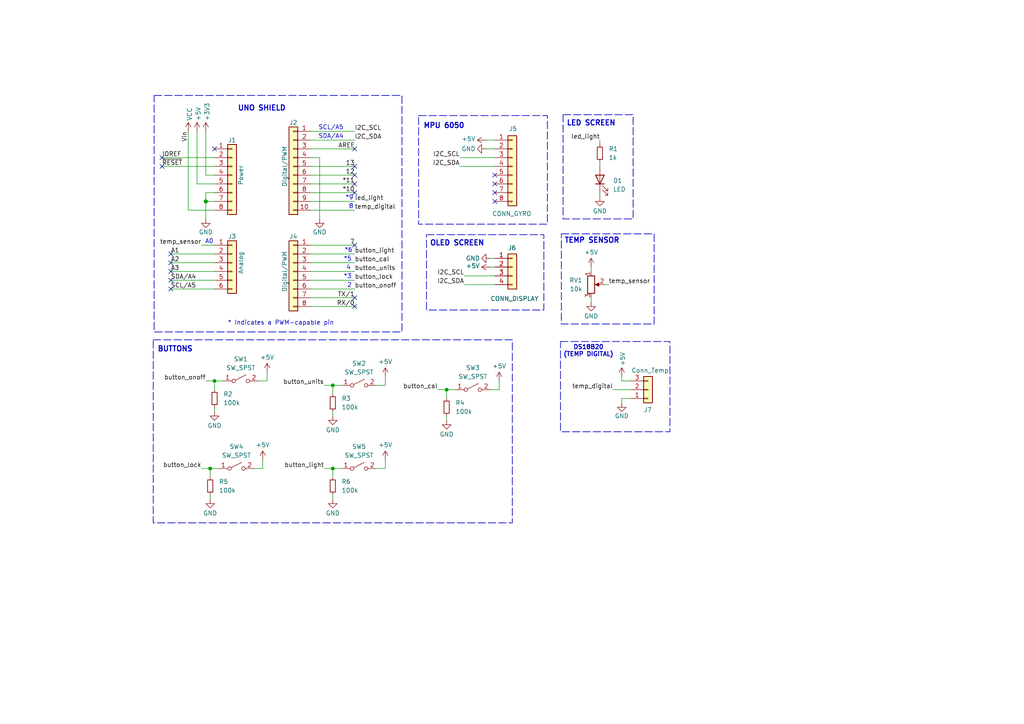
<source format=kicad_sch>
(kicad_sch (version 20231120) (generator "eeschema") (generator_version "8.0")
  (paper "A4")
  (title_block (title "Uno Shield ThermoPro") (date "2025-01-27") (rev "1.0") (company "Goncalo Martins"))
  (lib_symbols
    (symbol "Connector_Generic:Conn_01x03" (pin_names (offset 1.016) hide)
      (property "Reference" "J" (at 0 5.08 0))
      (property "Value" "Conn_01x03" (at 0 -5.08 0))
      (symbol "Conn_01x03_1_1"
        (rectangle (start -1.27 -2.413) (end 0 -2.667) (stroke (width 0.1524)))
        (rectangle (start -1.27 0.127) (end 0 -0.127) (stroke (width 0.1524)))
        (rectangle (start -1.27 2.667) (end 0 2.413) (stroke (width 0.1524)))
        (rectangle (start -1.27 3.81) (end 1.27 -3.81) (stroke (width 0.254)) (fill (type background)))
        (pin passive line (at -5.08 2.54 0) (length 3.81) (name "Pin_1") (number "1"))
        (pin passive line (at -5.08 0 0) (length 3.81) (name "Pin_2") (number "2"))
        (pin passive line (at -5.08 -2.54 0) (length 3.81) (name "Pin_3") (number "3"))
      )
    )
    (symbol "Connector_Generic:Conn_01x04" (pin_names (offset 1.016) hide)
      (property "Reference" "J" (at 0 5.08 0))
      (property "Value" "Conn_01x04" (at 0 -7.62 0))
      (symbol "Conn_01x04_1_1"
        (rectangle (start -1.27 -4.953) (end 0 -5.207) (stroke (width 0.1524)))
        (rectangle (start -1.27 -2.413) (end 0 -2.667) (stroke (width 0.1524)))
        (rectangle (start -1.27 0.127) (end 0 -0.127) (stroke (width 0.1524)))
        (rectangle (start -1.27 2.667) (end 0 2.413) (stroke (width 0.1524)))
        (rectangle (start -1.27 3.81) (end 1.27 -6.35) (stroke (width 0.254)) (fill (type background)))
        (pin passive line (at -5.08 2.54 0) (length 3.81) (name "Pin_1") (number "1"))
        (pin passive line (at -5.08 0 0) (length 3.81) (name "Pin_2") (number "2"))
        (pin passive line (at -5.08 -2.54 0) (length 3.81) (name "Pin_3") (number "3"))
        (pin passive line (at -5.08 -5.08 0) (length 3.81) (name "Pin_4") (number "4"))
      )
    )
    (symbol "Connector_Generic:Conn_01x06" (pin_names (offset 1.016) hide)
      (property "Reference" "J" (at 0 7.62 0))
      (property "Value" "Conn_01x06" (at 0 -10.16 0))
      (symbol "Conn_01x06_1_1"
        (rectangle (start -1.27 -7.493) (end 0 -7.747) (stroke (width 0.1524)))
        (rectangle (start -1.27 -4.953) (end 0 -5.207) (stroke (width 0.1524)))
        (rectangle (start -1.27 -2.413) (end 0 -2.667) (stroke (width 0.1524)))
        (rectangle (start -1.27 0.127) (end 0 -0.127) (stroke (width 0.1524)))
        (rectangle (start -1.27 2.667) (end 0 2.413) (stroke (width 0.1524)))
        (rectangle (start -1.27 5.207) (end 0 4.953) (stroke (width 0.1524)))
        (rectangle (start -1.27 6.35) (end 1.27 -8.89) (stroke (width 0.254)) (fill (type background)))
        (pin passive line (at -5.08 5.08 0) (length 3.81) (name "Pin_1") (number "1"))
        (pin passive line (at -5.08 2.54 0) (length 3.81) (name "Pin_2") (number "2"))
        (pin passive line (at -5.08 0 0) (length 3.81) (name "Pin_3") (number "3"))
        (pin passive line (at -5.08 -2.54 0) (length 3.81) (name "Pin_4") (number "4"))
        (pin passive line (at -5.08 -5.08 0) (length 3.81) (name "Pin_5") (number "5"))
        (pin passive line (at -5.08 -7.62 0) (length 3.81) (name "Pin_6") (number "6"))
      )
    )
    (symbol "Connector_Generic:Conn_01x08" (pin_names (offset 1.016) hide)
      (property "Reference" "J" (at 0 10.16 0))
      (property "Value" "Conn_01x08" (at 0 -12.7 0))
      (symbol "Conn_01x08_1_1"
        (rectangle (start -1.27 -10.033) (end 0 -10.287) (stroke (width 0.1524)))
        (rectangle (start -1.27 -7.493) (end 0 -7.747) (stroke (width 0.1524)))
        (rectangle (start -1.27 -4.953) (end 0 -5.207) (stroke (width 0.1524)))
        (rectangle (start -1.27 -2.413) (end 0 -2.667) (stroke (width 0.1524)))
        (rectangle (start -1.27 0.127) (end 0 -0.127) (stroke (width 0.1524)))
        (rectangle (start -1.27 2.667) (end 0 2.413) (stroke (width 0.1524)))
        (rectangle (start -1.27 5.207) (end 0 4.953) (stroke (width 0.1524)))
        (rectangle (start -1.27 7.747) (end 0 7.493) (stroke (width 0.1524)))
        (rectangle (start -1.27 8.89) (end 1.27 -11.43) (stroke (width 0.254)) (fill (type background)))
        (pin passive line (at -5.08 7.62 0) (length 3.81) (name "Pin_1") (number "1"))
        (pin passive line (at -5.08 5.08 0) (length 3.81) (name "Pin_2") (number "2"))
        (pin passive line (at -5.08 2.54 0) (length 3.81) (name "Pin_3") (number "3"))
        (pin passive line (at -5.08 0 0) (length 3.81) (name "Pin_4") (number "4"))
        (pin passive line (at -5.08 -2.54 0) (length 3.81) (name "Pin_5") (number "5"))
        (pin passive line (at -5.08 -5.08 0) (length 3.81) (name "Pin_6") (number "6"))
        (pin passive line (at -5.08 -7.62 0) (length 3.81) (name "Pin_7") (number "7"))
        (pin passive line (at -5.08 -10.16 0) (length 3.81) (name "Pin_8") (number "8"))
      )
    )
    (symbol "Connector_Generic:Conn_01x10" (pin_names (offset 1.016) hide)
      (property "Reference" "J" (at 0 12.7 0))
      (property "Value" "Conn_01x10" (at 0 -15.24 0))
      (symbol "Conn_01x10_1_1"
        (rectangle (start -1.27 -12.573) (end 0 -12.827) (stroke (width 0.1524)))
        (rectangle (start -1.27 -10.033) (end 0 -10.287) (stroke (width 0.1524)))
        (rectangle (start -1.27 -7.493) (end 0 -7.747) (stroke (width 0.1524)))
        (rectangle (start -1.27 -4.953) (end 0 -5.207) (stroke (width 0.1524)))
        (rectangle (start -1.27 -2.413) (end 0 -2.667) (stroke (width 0.1524)))
        (rectangle (start -1.27 0.127) (end 0 -0.127) (stroke (width 0.1524)))
        (rectangle (start -1.27 2.667) (end 0 2.413) (stroke (width 0.1524)))
        (rectangle (start -1.27 5.207) (end 0 4.953) (stroke (width 0.1524)))
        (rectangle (start -1.27 7.747) (end 0 7.493) (stroke (width 0.1524)))
        (rectangle (start -1.27 10.287) (end 0 10.033) (stroke (width 0.1524)))
        (rectangle (start -1.27 11.43) (end 1.27 -13.97) (stroke (width 0.254)) (fill (type background)))
        (pin passive line (at -5.08 10.16 0) (length 3.81) (name "Pin_1") (number "1"))
        (pin passive line (at -5.08 -12.7 0) (length 3.81) (name "Pin_10") (number "10"))
        (pin passive line (at -5.08 7.62 0) (length 3.81) (name "Pin_2") (number "2"))
        (pin passive line (at -5.08 5.08 0) (length 3.81) (name "Pin_3") (number "3"))
        (pin passive line (at -5.08 2.54 0) (length 3.81) (name "Pin_4") (number "4"))
        (pin passive line (at -5.08 0 0) (length 3.81) (name "Pin_5") (number "5"))
        (pin passive line (at -5.08 -2.54 0) (length 3.81) (name "Pin_6") (number "6"))
        (pin passive line (at -5.08 -5.08 0) (length 3.81) (name "Pin_7") (number "7"))
        (pin passive line (at -5.08 -7.62 0) (length 3.81) (name "Pin_8") (number "8"))
        (pin passive line (at -5.08 -10.16 0) (length 3.81) (name "Pin_9") (number "9"))
      )
    )
    (symbol "Device:LED" (pin_numbers hide) (pin_names (offset 1.016) hide)
      (property "Reference" "D" (at 0 2.54 0))
      (property "Value" "LED" (at 0 -2.54 0))
      (symbol "LED_0_1"
        (polyline (pts (xy -1.27 -1.27) (xy -1.27 1.27)) (stroke (width 0.254)))
        (polyline (pts (xy -1.27 0) (xy 1.27 0)))
        (polyline (pts (xy 1.27 -1.27) (xy 1.27 1.27) (xy -1.27 0) (xy 1.27 -1.27)) (stroke (width 0.254)))
        (polyline (pts (xy -3.048 -0.762) (xy -4.572 -2.286) (xy -3.81 -2.286) (xy -4.572 -2.286) (xy -4.572 -1.524)))
        (polyline (pts (xy -1.778 -0.762) (xy -3.302 -2.286) (xy -2.54 -2.286) (xy -3.302 -2.286) (xy -3.302 -1.524)))
      )
      (symbol "LED_1_1"
        (pin passive line (at -3.81 0 0) (length 2.54) (name "K") (number "1"))
        (pin passive line (at 3.81 0 180) (length 2.54) (name "A") (number "2"))
      )
    )
    (symbol "Device:R_Potentiometer" (pin_names (offset 1.016) hide)
      (property "Reference" "RV" (at -4.445 0 90))
      (property "Value" "R_Potentiometer" (at -2.54 0 90))
      (symbol "R_Potentiometer_0_1"
        (polyline (pts (xy 2.54 0) (xy 1.524 0)))
        (polyline (pts (xy 1.143 0) (xy 2.286 0.508) (xy 2.286 -0.508) (xy 1.143 0)) (fill (type outline)))
        (rectangle (start 1.016 2.54) (end -1.016 -2.54) (stroke (width 0.254)))
      )
      (symbol "R_Potentiometer_1_1"
        (pin passive line (at 0 3.81 270) (length 1.27) (name "1") (number "1"))
        (pin passive line (at 3.81 0 180) (length 1.27) (name "2") (number "2"))
        (pin passive line (at 0 -3.81 90) (length 1.27) (name "3") (number "3"))
      )
    )
    (symbol "Device:R_Small" (pin_numbers hide) (pin_names (offset 0.254) hide)
      (property "Reference" "R" (at 0.762 0.508 0))
      (property "Value" "R_Small" (at 0.762 -1.016 0))
      (symbol "R_Small_0_1"
        (rectangle (start -0.762 1.778) (end 0.762 -1.778) (stroke (width 0.2032)))
      )
      (symbol "R_Small_1_1"
        (pin passive line (at 0 2.54 270) (length 0.762) (name "~") (number "1"))
        (pin passive line (at 0 -2.54 90) (length 0.762) (name "~") (number "2"))
      )
    )
    (symbol "Switch:SW_SPST" (pin_names (offset 0) hide)
      (property "Reference" "SW" (at 0 3.175 0))
      (property "Value" "SW_SPST" (at 0 -2.54 0))
      (symbol "SW_SPST_0_0"
        (circle (center -2.032 0) (radius 0.508))
        (polyline (pts (xy -1.524 0.254) (xy 1.524 1.778)))
        (circle (center 2.032 0) (radius 0.508))
      )
      (symbol "SW_SPST_1_1"
        (pin passive line (at -5.08 0 0) (length 2.54) (name "A") (number "1"))
        (pin passive line (at 5.08 0 180) (length 2.54) (name "B") (number "2"))
      )
    )
    (symbol "power:+3V3" (power) (pin_names (offset 0))
      (property "Value" "+3V3" (at 0 3.556 0))
      (symbol "+3V3_0_1"
        (polyline (pts (xy -0.762 1.27) (xy 0 2.54)))
        (polyline (pts (xy 0 0) (xy 0 2.54)))
        (polyline (pts (xy 0 2.54) (xy 0.762 1.27)))
      )
      (symbol "+3V3_1_1"
        (pin power_in line (at 0 0 90) (length 0) hide (name "+3V3") (number "1"))
      )
    )
    (symbol "power:+5V" (power) (pin_names (offset 0))
      (property "Value" "+5V" (at 0 3.556 0))
      (symbol "+5V_0_1"
        (polyline (pts (xy -0.762 1.27) (xy 0 2.54)))
        (polyline (pts (xy 0 0) (xy 0 2.54)))
        (polyline (pts (xy 0 2.54) (xy 0.762 1.27)))
      )
      (symbol "+5V_1_1"
        (pin power_in line (at 0 0 90) (length 0) hide (name "+5V") (number "1"))
      )
    )
    (symbol "power:GND" (power) (pin_names (offset 0))
      (property "Value" "GND" (at 0 -3.81 0))
      (symbol "GND_0_1"
        (polyline (pts (xy 0 0) (xy 0 -1.27) (xy 1.27 -1.27) (xy 0 -2.54) (xy -1.27 -1.27) (xy 0 -1.27)))
      )
      (symbol "GND_1_1"
        (pin power_in line (at 0 0 270) (length 0) hide (name "GND") (number "1"))
      )
    )
    (symbol "power:VCC" (power) (pin_names (offset 0))
      (property "Value" "VCC" (at 0 3.81 0))
      (symbol "VCC_0_1"
        (polyline (pts (xy -0.762 1.27) (xy 0 2.54)))
        (polyline (pts (xy 0 0) (xy 0 2.54)))
        (polyline (pts (xy 0 2.54) (xy 0.762 1.27)))
      )
      (symbol "VCC_1_1"
        (pin power_in line (at 0 0 90) (length 0) hide (name "VCC") (number "1"))
      )
    )
  )
  (junction (at 96.52 135.89))
  (junction (at 59.69 58.42) (diameter 1.016))
  (junction (at 96.52 111.76))
  (junction (at 129.54 113.03))
  (junction (at 60.96 135.89))
  (junction (at 62.23 110.49))
  (no_connect (at 143.51 50.8))
  (no_connect (at 49.53 78.74))
  (no_connect (at 49.53 81.28))
  (no_connect (at 49.53 73.66))
  (no_connect (at 143.51 53.34))
  (no_connect (at 102.87 43.18))
  (no_connect (at 143.51 55.88))
  (no_connect (at 143.51 58.42))
  (no_connect (at 102.87 48.26))
  (no_connect (at 102.87 55.88))
  (no_connect (at 102.87 50.8))
  (no_connect (at 102.87 86.36))
  (no_connect (at 102.87 88.9))
  (no_connect (at 46.99 45.72))
  (no_connect (at 102.87 71.12))
  (no_connect (at 46.99 48.26))
  (no_connect (at 102.87 53.34))
  (no_connect (at 62.23 43.18))
  (no_connect (at 49.53 83.82))
  (no_connect (at 49.53 76.2))
  (wire (pts (xy 90.17 88.9) (xy 102.87 88.9)))
  (wire (pts (xy 182.88 110.49) (xy 180.34 110.49)))
  (wire (pts (xy 140.97 40.64) (xy 143.51 40.64)))
  (wire (pts (xy 182.88 115.57) (xy 180.34 115.57)))
  (wire (pts (xy 90.17 55.88) (xy 102.87 55.88)))
  (wire (pts (xy 133.35 48.26) (xy 143.51 48.26)))
  (wire (pts (xy 90.17 38.1) (xy 102.87 38.1)))
  (wire (pts (xy 96.52 119.38) (xy 96.52 120.65)))
  (wire (pts (xy 96.52 138.43) (xy 96.52 135.89)))
  (wire (pts (xy 59.69 55.88) (xy 59.69 58.42)))
  (wire (pts (xy 49.53 83.82) (xy 62.23 83.82)))
  (wire (pts (xy 58.42 71.12) (xy 62.23 71.12)))
  (wire (pts (xy 93.98 135.89) (xy 96.52 135.89)))
  (wire (pts (xy 134.62 82.55) (xy 143.51 82.55)))
  (wire (pts (xy 59.69 58.42) (xy 59.69 63.5)))
  (wire (pts (xy 59.69 50.8) (xy 62.23 50.8)))
  (wire (pts (xy 57.15 53.34) (xy 62.23 53.34)))
  (wire (pts (xy 73.66 135.89) (xy 76.2 135.89)))
  (wire (pts (xy 171.45 77.47) (xy 171.45 78.74)))
  (wire (pts (xy 57.15 38.1) (xy 57.15 53.34)))
  (wire (pts (xy 96.52 135.89) (xy 99.06 135.89)))
  (wire (pts (xy 180.34 115.57) (xy 180.34 116.84)))
  (wire (pts (xy 90.17 48.26) (xy 102.87 48.26)))
  (wire (pts (xy 59.69 38.1) (xy 59.69 50.8)))
  (wire (pts (xy 90.17 71.12) (xy 102.87 71.12)))
  (wire (pts (xy 96.52 111.76) (xy 99.06 111.76)))
  (wire (pts (xy 90.17 50.8) (xy 102.87 50.8)))
  (wire (pts (xy 90.17 73.66) (xy 102.87 73.66)))
  (wire (pts (xy 109.22 111.76) (xy 111.76 111.76)))
  (wire (pts (xy 144.78 113.03) (xy 144.78 110.49)))
  (wire (pts (xy 180.34 109.22) (xy 180.34 110.49)))
  (wire (pts (xy 142.24 74.93) (xy 143.51 74.93)))
  (wire (pts (xy 177.8 113.03) (xy 182.88 113.03)))
  (wire (pts (xy 62.23 118.11) (xy 62.23 119.38)))
  (wire (pts (xy 109.22 135.89) (xy 111.76 135.89)))
  (wire (pts (xy 90.17 58.42) (xy 102.87 58.42)))
  (wire (pts (xy 59.69 110.49) (xy 62.23 110.49)))
  (wire (pts (xy 129.54 115.57) (xy 129.54 113.03)))
  (wire (pts (xy 93.98 111.76) (xy 96.52 111.76)))
  (wire (pts (xy 90.17 78.74) (xy 102.87 78.74)))
  (wire (pts (xy 60.96 143.51) (xy 60.96 144.78)))
  (wire (pts (xy 46.99 45.72) (xy 62.23 45.72)))
  (wire (pts (xy 74.93 110.49) (xy 77.47 110.49)))
  (wire (pts (xy 173.99 46.99) (xy 173.99 48.26)))
  (wire (pts (xy 92.71 45.72) (xy 92.71 63.5)))
  (wire (pts (xy 96.52 143.51) (xy 96.52 144.78)))
  (wire (pts (xy 90.17 43.18) (xy 102.87 43.18)))
  (wire (pts (xy 175.26 82.55) (xy 176.53 82.55)))
  (wire (pts (xy 134.62 80.01) (xy 143.51 80.01)))
  (wire (pts (xy 62.23 76.2) (xy 49.53 76.2)))
  (wire (pts (xy 46.99 48.26) (xy 62.23 48.26)))
  (wire (pts (xy 62.23 113.03) (xy 62.23 110.49)))
  (wire (pts (xy 62.23 58.42) (xy 59.69 58.42)))
  (wire (pts (xy 171.45 87.63) (xy 171.45 86.36)))
  (wire (pts (xy 62.23 60.96) (xy 54.61 60.96)))
  (wire (pts (xy 111.76 111.76) (xy 111.76 109.22)))
  (wire (pts (xy 49.53 73.66) (xy 62.23 73.66)))
  (wire (pts (xy 140.97 43.18) (xy 143.51 43.18)))
  (wire (pts (xy 129.54 120.65) (xy 129.54 121.92)))
  (wire (pts (xy 127 113.03) (xy 129.54 113.03)))
  (wire (pts (xy 90.17 45.72) (xy 92.71 45.72)))
  (wire (pts (xy 142.24 113.03) (xy 144.78 113.03)))
  (wire (pts (xy 111.76 135.89) (xy 111.76 133.35)))
  (wire (pts (xy 60.96 135.89) (xy 63.5 135.89)))
  (wire (pts (xy 62.23 55.88) (xy 59.69 55.88)))
  (wire (pts (xy 96.52 114.3) (xy 96.52 111.76)))
  (wire (pts (xy 62.23 110.49) (xy 64.77 110.49)))
  (wire (pts (xy 90.17 53.34) (xy 102.87 53.34)))
  (wire (pts (xy 129.54 113.03) (xy 132.08 113.03)))
  (wire (pts (xy 58.42 135.89) (xy 60.96 135.89)))
  (wire (pts (xy 90.17 76.2) (xy 102.87 76.2)))
  (wire (pts (xy 142.24 77.47) (xy 143.51 77.47)))
  (wire (pts (xy 49.53 78.74) (xy 62.23 78.74)))
  (wire (pts (xy 76.2 135.89) (xy 76.2 133.35)))
  (wire (pts (xy 60.96 138.43) (xy 60.96 135.89)))
  (wire (pts (xy 173.99 55.88) (xy 173.99 57.15)))
  (wire (pts (xy 133.35 45.72) (xy 143.51 45.72)))
  (wire (pts (xy 77.47 110.49) (xy 77.47 107.95)))
  (wire (pts (xy 90.17 40.64) (xy 102.87 40.64)))
  (wire (pts (xy 90.17 83.82) (xy 102.87 83.82)))
  (wire (pts (xy 173.99 40.64) (xy 173.99 41.91)))
  (wire (pts (xy 90.17 81.28) (xy 102.87 81.28)))
  (wire (pts (xy 90.17 86.36) (xy 102.87 86.36)))
  (wire (pts (xy 54.61 60.96) (xy 54.61 38.1)))
  (wire (pts (xy 62.23 81.28) (xy 49.53 81.28)))
  (wire (pts (xy 90.17 60.96) (xy 102.87 60.96)))
  (rectangle (start 44.45 98.552) (end 148.59 151.638) (stroke (width 0.2) (type dash)))
  (rectangle (start 123.698 68.072) (end 157.734 89.916) (stroke (width 0.2) (type dash)))
  (rectangle (start 163.322 33.274) (end 183.642 63.5) (stroke (width 0.2) (type dash)))
  (rectangle (start 44.704 27.686) (end 116.586 96.266) (stroke (width 0.2) (type dash)))
  (rectangle (start 121.412 33.528) (end 158.75 65.024) (stroke (width 0.2) (type dash)))
  (rectangle (start 162.56 99.06) (end 194.31 125.222) (stroke (width 0.2) (type dash)))
  (rectangle (start 162.814 67.818) (end 189.738 93.98) (stroke (width 0.2) (type dash)))
  (text "OLED SCREEN" (at 132.588 70.612 0) (effects (font (size 1.5 1.5) (thickness 0.3) (bold yes))))
  (text "A0\n" (at 60.706 70.104 0) (effects (font (size 1.27 1.27))))
  (text "LED SCREEN" (at 171.45 35.814 0) (effects (font (size 1.5 1.5) (thickness 0.3) (bold yes))))
  (text "*9" (at 101.346 57.404 0) (effects (font (size 1.27 1.27))))
  (text "DS18B20\n(TEMP DIGITAL)" (at 170.688 101.854 0) (effects (font (size 1.27 1.27) (thickness 0.254) (bold yes))))
  (text "TEMP SENSOR" (at 171.704 69.85 0) (effects (font (size 1.5 1.5) (thickness 0.3) (bold yes))))
  (text "UNO SHIELD" (at 75.946 31.496 0) (effects (font (size 1.5 1.5) (thickness 0.3) (bold yes))))
  (text "MPU 6050" (at 128.778 36.576 0) (effects (font (size 1.5 1.5) (thickness 0.3) (bold yes))))
  (text "SCL/A5" (at 96.012 37.084 0) (effects (font (size 1.27 1.27))))
  (text "*6" (at 101.092 72.644 0) (effects (font (size 1.27 1.27))))
  (text "SDA/A4" (at 96.012 39.624 0) (effects (font (size 1.27 1.27))))
  (text "BUTTONS" (at 50.8 101.346 0) (effects (font (size 1.5 1.5) (thickness 0.3) (bold yes))))
  (text "*5" (at 100.838 75.184 0) (effects (font (size 1.27 1.27))))
  (text "*3" (at 100.838 80.264 0) (effects (font (size 1.27 1.27))))
  (text "* Indicates a PWM-capable pin" (at 66.04 94.488 0) (effects (font (size 1.27 1.27)) (justify left bottom)))
  (text "2\n" (at 101.346 82.804 0) (effects (font (size 1.27 1.27))))
  (text "8" (at 101.854 59.944 0) (effects (font (size 1.27 1.27))))
  (text "4" (at 101.092 77.724 0) (effects (font (size 1.27 1.27))))
  (label "RX{slash}0" (at 102.87 88.9 180))
  (label "button_light" (at 93.98 135.89 180))
  (label "A2" (at 49.53 76.2 0))
  (label "I2C_SDA" (at 134.62 82.55 180))
  (label "button_cal" (at 127 113.03 180))
  (label "A3" (at 49.53 78.74 0))
  (label "I2C_SCL" (at 133.35 45.72 180))
  (label "button_onoff" (at 59.69 110.49 180))
  (label "13" (at 102.87 48.26 180))
  (label "temp_digital" (at 102.87 60.96 0))
  (label "12" (at 102.87 50.8 180))
  (label "~{RESET}" (at 46.99 48.26 0))
  (label "I2C_SCL" (at 102.87 38.1 0))
  (label "I2C_SDA" (at 102.87 40.64 0))
  (label "*10" (at 102.87 55.88 180))
  (label "I2C_SCL" (at 134.62 80.01 180))
  (label "button_cal" (at 102.87 76.2 0))
  (label "temp_sensor" (at 58.42 71.12 180))
  (label "button_onoff" (at 102.87 83.82 0))
  (label "7" (at 102.87 71.12 180))
  (label "button_units" (at 102.87 78.74 0))
  (label "*11" (at 102.87 53.34 180))
  (label "button_lock" (at 58.42 135.89 180))
  (label "led_light" (at 102.87 58.42 0))
  (label "led_light" (at 173.99 40.64 180))
  (label "A1" (at 49.53 73.66 0))
  (label "TX{slash}1" (at 102.87 86.36 180))
  (label "button_units" (at 93.98 111.76 180))
  (label "AREF" (at 102.87 43.18 180))
  (label "I2C_SDA" (at 133.35 48.26 180))
  (label "Vin" (at 54.61 38.1 270))
  (label "button_lock" (at 102.87 81.28 0))
  (label "temp_digital" (at 177.8 113.03 180))
  (label "IOREF" (at 46.99 45.72 0))
  (label "button_light" (at 102.87 73.66 0))
  (label "SDA{slash}A4" (at 49.53 81.28 0))
  (label "SCL{slash}A5" (at 49.53 83.82 0))
  (label "temp_sensor" (at 176.53 82.55 0))
  (symbol (lib_id "Connector_Generic:Conn_01x08") (at 67.31 50.8 0) (unit 1)
    (property "Reference" "J1" (at 67.31 40.64 0))
    (property "Value" "Power" (at 69.85 50.8 90))
    (property "Footprint" "Connector_PinSocket_2.54mm:PinSocket_1x08_P2.54mm_Vertical" (effects (hide yes)))
  )
  (symbol (lib_id "power:+3V3") (at 59.69 38.1 0) (unit 1)
    (property "Reference" "#PWR03" (effects (hide yes)))
    (property "Value" "+3V3" (at 60.071 35.052 90) (effects (justify left)))
  )
  (symbol (lib_id "power:+5V") (at 57.15 38.1 0) (unit 1)
    (property "Reference" "#PWR02" (effects (hide yes)))
    (property "Value" "+5V" (at 57.5056 35.052 90) (effects (justify left)))
  )
  (symbol (lib_id "power:GND") (at 59.69 63.5 0) (unit 1)
    (property "Reference" "#PWR07" (effects (hide yes)))
    (property "Value" "GND" (at 59.69 67.31 0))
  )
  (symbol (lib_id "Connector_Generic:Conn_01x10") (at 85.09 48.26 0) (mirror y) (unit 1)
    (property "Reference" "J2" (at 85.09 35.56 0))
    (property "Value" "Digital/PWM" (at 82.55 48.26 90))
    (property "Footprint" "Connector_PinSocket_2.54mm:PinSocket_1x10_P2.54mm_Vertical" (effects (hide yes)))
  )
  (symbol (lib_id "power:GND") (at 92.71 63.5 0) (unit 1)
    (property "Reference" "#PWR08" (effects (hide yes)))
    (property "Value" "GND" (at 92.71 67.31 0))
  )
  (symbol (lib_id "Connector_Generic:Conn_01x06") (at 67.31 76.2 0) (unit 1)
    (property "Reference" "J3" (at 67.31 68.58 0))
    (property "Value" "Analog" (at 69.85 76.2 90))
    (property "Footprint" "Connector_PinSocket_2.54mm:PinSocket_1x06_P2.54mm_Vertical" (effects (hide yes)))
  )
  (symbol (lib_id "Connector_Generic:Conn_01x08") (at 85.09 78.74 0) (mirror y) (unit 1)
    (property "Reference" "J4" (at 85.09 68.58 0))
    (property "Value" "Digital/PWM" (at 82.55 78.74 90))
    (property "Footprint" "Connector_PinSocket_2.54mm:PinSocket_1x08_P2.54mm_Vertical" (effects (hide yes)))
  )
  (symbol (lib_id "power:GND") (at 62.23 119.38 0) (unit 1)
    (property "Reference" "#PWR016" (effects (hide yes)))
    (property "Value" "GND" (at 62.23 123.444 0))
  )
  (symbol (lib_id "Device:R_Small") (at 62.23 115.57 0) (unit 1)
    (property "Reference" "R2" (at 64.77 114.2999 0) (effects (justify left)))
    (property "Value" "100k" (at 64.77 116.8399 0) (effects (justify left)))
    (property "Footprint" "Resistor_THT:R_Axial_DIN0207_L6.3mm_D2.5mm_P10.16mm_Horizontal" (effects (hide yes)))
    (property "Description" "Resistor, small symbol" (effects (hide yes)))
  )
  (symbol (lib_id "Switch:SW_SPST") (at 104.14 111.76 0) (unit 1)
    (property "Reference" "SW2" (at 104.14 105.41 0))
    (property "Value" "SW_SPST" (at 104.14 107.95 0))
    (property "Footprint" "Button_Switch_THT:SW_PUSH_6mm" (effects (hide yes)))
    (property "Description" "Single Pole Single Throw (SPST) switch" (effects (hide yes)))
  )
  (symbol (lib_id "power:+5V") (at 77.47 107.95 0) (unit 1)
    (property "Reference" "#PWR013" (effects (hide yes)))
    (property "Value" "+5V" (at 75.438 103.632 0) (effects (justify left)))
  )
  (symbol (lib_id "power:+5V") (at 140.97 40.64 90) (unit 1)
    (property "Reference" "#PWR04" (effects (hide yes)))
    (property "Value" "+5V" (at 137.922 40.2844 90) (effects (justify left)))
  )
  (symbol (lib_id "power:GND") (at 142.24 74.93 270) (unit 1)
    (property "Reference" "#PWR09" (effects (hide yes)))
    (property "Value" "GND" (at 137.16 74.93 90))
  )
  (symbol (lib_id "power:+5V") (at 180.34 109.22 0) (unit 1)
    (property "Reference" "#PWR023" (effects (hide yes)))
    (property "Value" "+5V" (at 180.594 106.172 90) (effects (justify left)))
  )
  (symbol (lib_id "power:+5V") (at 171.45 77.47 0) (unit 1)
    (property "Reference" "#PWR011" (effects (hide yes)))
    (property "Value" "+5V" (at 169.418 73.152 0) (effects (justify left)))
  )
  (symbol (lib_id "Device:R_Potentiometer") (at 171.45 82.55 0) (unit 1)
    (property "Reference" "RV1" (at 168.91 81.2799 0) (effects (justify right)))
    (property "Value" "10k" (at 168.91 83.8199 0) (effects (justify right)))
    (property "Footprint" "Potentiometer_THT:Potentiometer_Bourns_3386P_Vertical" (effects (hide yes)))
    (property "Description" "Potentiometer" (effects (hide yes)))
  )
  (symbol (lib_id "Connector_Generic:Conn_01x03") (at 187.96 113.03 0) (mirror x) (unit 1)
    (property "Reference" "J7" (at 186.69 118.872 0) (effects (justify left)))
    (property "Value" "Conn_Temp" (at 183.134 107.442 0) (effects (justify left)))
    (property "Footprint" "Connector_JST:JST_XH_B3B-XH-A_1x03_P2.50mm_Vertical" (effects (hide yes)))
    (property "Description" "Generic connector, single row, 01x03, script generated (kicad-library-utils/schlib/autogen/connector/)" (effects (hide yes)))
  )
  (symbol (lib_id "power:VCC") (at 54.61 38.1 0) (unit 1)
    (property "Reference" "#PWR01" (effects (hide yes)))
    (property "Value" "VCC" (at 54.991 35.052 90) (effects (justify left)))
  )
  (symbol (lib_id "Switch:SW_SPST") (at 137.16 113.03 0) (unit 1)
    (property "Reference" "SW3" (at 137.16 106.68 0))
    (property "Value" "SW_SPST" (at 137.16 109.22 0))
    (property "Footprint" "Button_Switch_THT:SW_PUSH_6mm" (effects (hide yes)))
    (property "Description" "Single Pole Single Throw (SPST) switch" (effects (hide yes)))
  )
  (symbol (lib_id "power:+5V") (at 111.76 109.22 0) (unit 1)
    (property "Reference" "#PWR014" (effects (hide yes)))
    (property "Value" "+5V" (at 109.728 104.902 0) (effects (justify left)))
  )
  (symbol (lib_id "Device:R_Small") (at 96.52 116.84 0) (unit 1)
    (property "Reference" "R3" (at 99.06 115.5699 0) (effects (justify left)))
    (property "Value" "100k" (at 99.06 118.1099 0) (effects (justify left)))
    (property "Footprint" "Resistor_THT:R_Axial_DIN0207_L6.3mm_D2.5mm_P10.16mm_Horizontal" (effects (hide yes)))
    (property "Description" "Resistor, small symbol" (effects (hide yes)))
  )
  (symbol (lib_id "Switch:SW_SPST") (at 104.14 135.89 0) (unit 1)
    (property "Reference" "SW5" (at 104.14 129.54 0))
    (property "Value" "SW_SPST" (at 104.14 132.08 0))
    (property "Footprint" "Button_Switch_THT:SW_PUSH_6mm" (effects (hide yes)))
    (property "Description" "Single Pole Single Throw (SPST) switch" (effects (hide yes)))
  )
  (symbol (lib_id "power:GND") (at 129.54 121.92 0) (unit 1)
    (property "Reference" "#PWR018" (effects (hide yes)))
    (property "Value" "GND" (at 129.54 125.984 0))
  )
  (symbol (lib_id "power:GND") (at 180.34 116.84 0) (unit 1)
    (property "Reference" "#PWR024" (effects (hide yes)))
    (property "Value" "GND" (at 180.34 120.65 0))
  )
  (symbol (lib_id "power:GND") (at 171.45 87.63 0) (unit 1)
    (property "Reference" "#PWR012" (effects (hide yes)))
    (property "Value" "GND" (at 171.45 91.694 0))
  )
  (symbol (lib_id "power:GND") (at 96.52 144.78 0) (unit 1)
    (property "Reference" "#PWR022" (effects (hide yes)))
    (property "Value" "GND" (at 96.52 148.844 0))
  )
  (symbol (lib_id "Device:R_Small") (at 60.96 140.97 0) (unit 1)
    (property "Reference" "R5" (at 63.5 139.6999 0) (effects (justify left)))
    (property "Value" "100k" (at 63.5 142.2399 0) (effects (justify left)))
    (property "Footprint" "Resistor_THT:R_Axial_DIN0207_L6.3mm_D2.5mm_P10.16mm_Horizontal" (effects (hide yes)))
    (property "Description" "Resistor, small symbol" (effects (hide yes)))
  )
  (symbol (lib_id "Device:R_Small") (at 96.52 140.97 0) (unit 1)
    (property "Reference" "R6" (at 99.06 139.6999 0) (effects (justify left)))
    (property "Value" "100k" (at 99.06 142.2399 0) (effects (justify left)))
    (property "Footprint" "Resistor_THT:R_Axial_DIN0207_L6.3mm_D2.5mm_P10.16mm_Horizontal" (effects (hide yes)))
    (property "Description" "Resistor, small symbol" (effects (hide yes)))
  )
  (symbol (lib_id "power:GND") (at 173.99 57.15 0) (unit 1)
    (property "Reference" "#PWR06" (effects (hide yes)))
    (property "Value" "GND" (at 173.99 61.214 0))
  )
  (symbol (lib_id "power:GND") (at 60.96 144.78 0) (unit 1)
    (property "Reference" "#PWR021" (effects (hide yes)))
    (property "Value" "GND" (at 60.96 148.844 0))
  )
  (symbol (lib_id "power:+5V") (at 111.76 133.35 0) (unit 1)
    (property "Reference" "#PWR020" (effects (hide yes)))
    (property "Value" "+5V" (at 109.728 129.032 0) (effects (justify left)))
  )
  (symbol (lib_id "Connector_Generic:Conn_01x08") (at 148.59 48.26 0) (unit 1)
    (property "Reference" "J5" (at 147.574 37.338 0) (effects (justify left)))
    (property "Value" "CONN_GYRO" (at 142.748 61.976 0) (effects (justify left)))
    (property "Footprint" "Connector_PinSocket_2.54mm:PinSocket_1x08_P2.54mm_Vertical" (effects (hide yes)))
    (property "Description" "Generic connector, single row, 01x08, script generated (kicad-library-utils/schlib/autogen/connector/)" (effects (hide yes)))
  )
  (symbol (lib_id "Switch:SW_SPST") (at 69.85 110.49 0) (unit 1)
    (property "Reference" "SW1" (at 69.85 104.14 0))
    (property "Value" "SW_SPST" (at 69.85 106.68 0))
    (property "Footprint" "Button_Switch_THT:SW_PUSH_6mm" (effects (hide yes)))
    (property "Description" "Single Pole Single Throw (SPST) switch" (effects (hide yes)))
  )
  (symbol (lib_id "power:GND") (at 140.97 43.18 270) (unit 1)
    (property "Reference" "#PWR05" (effects (hide yes)))
    (property "Value" "GND" (at 135.89 43.18 90))
  )
  (symbol (lib_id "power:+5V") (at 144.78 110.49 0) (unit 1)
    (property "Reference" "#PWR015" (effects (hide yes)))
    (property "Value" "+5V" (at 142.748 106.172 0) (effects (justify left)))
  )
  (symbol (lib_id "power:+5V") (at 142.24 77.47 90) (unit 1)
    (property "Reference" "#PWR010" (effects (hide yes)))
    (property "Value" "+5V" (at 139.192 77.1144 90) (effects (justify left)))
  )
  (symbol (lib_id "Device:LED") (at 173.99 52.07 90) (unit 1)
    (property "Reference" "D1" (at 177.8 52.3874 90) (effects (justify right)))
    (property "Value" "LED" (at 177.8 54.9274 90) (effects (justify right)))
    (property "Footprint" "LED_THT:LED_D5.0mm" (effects (hide yes)))
    (property "Description" "Light emitting diode" (effects (hide yes)))
  )
  (symbol (lib_id "power:GND") (at 96.52 120.65 0) (unit 1)
    (property "Reference" "#PWR017" (effects (hide yes)))
    (property "Value" "GND" (at 96.52 124.714 0))
  )
  (symbol (lib_id "Switch:SW_SPST") (at 68.58 135.89 0) (unit 1)
    (property "Reference" "SW4" (at 68.58 129.54 0))
    (property "Value" "SW_SPST" (at 68.58 132.08 0))
    (property "Footprint" "Button_Switch_THT:SW_PUSH_6mm" (effects (hide yes)))
    (property "Description" "Single Pole Single Throw (SPST) switch" (effects (hide yes)))
  )
  (symbol (lib_id "Device:R_Small") (at 129.54 118.11 0) (unit 1)
    (property "Reference" "R4" (at 132.08 116.8399 0) (effects (justify left)))
    (property "Value" "100k" (at 132.08 119.3799 0) (effects (justify left)))
    (property "Footprint" "Resistor_THT:R_Axial_DIN0207_L6.3mm_D2.5mm_P10.16mm_Horizontal" (effects (hide yes)))
    (property "Description" "Resistor, small symbol" (effects (hide yes)))
  )
  (symbol (lib_id "Device:R_Small") (at 173.99 44.45 0) (unit 1)
    (property "Reference" "R1" (at 176.53 43.1799 0) (effects (justify left)))
    (property "Value" "1k" (at 176.53 45.7199 0) (effects (justify left)))
    (property "Footprint" "Resistor_THT:R_Axial_DIN0207_L6.3mm_D2.5mm_P10.16mm_Horizontal" (effects (hide yes)))
    (property "Description" "Resistor, small symbol" (effects (hide yes)))
  )
  (symbol (lib_id "Connector_Generic:Conn_01x04") (at 148.59 77.47 0) (unit 1)
    (property "Reference" "J6" (at 147.32 71.882 0) (effects (justify left)))
    (property "Value" "CONN_DISPLAY" (at 142.24 86.614 0) (effects (justify left)))
    (property "Footprint" "Connector_PinSocket_2.54mm:PinSocket_1x04_P2.54mm_Vertical" (effects (hide yes)))
    (property "Description" "Generic connector, single row, 01x04, script generated (kicad-library-utils/schlib/autogen/connector/)" (effects (hide yes)))
  )
  (symbol (lib_id "power:+5V") (at 76.2 133.35 0) (unit 1)
    (property "Reference" "#PWR019" (effects (hide yes)))
    (property "Value" "+5V" (at 74.168 129.032 0) (effects (justify left)))
  )
)
</source>
